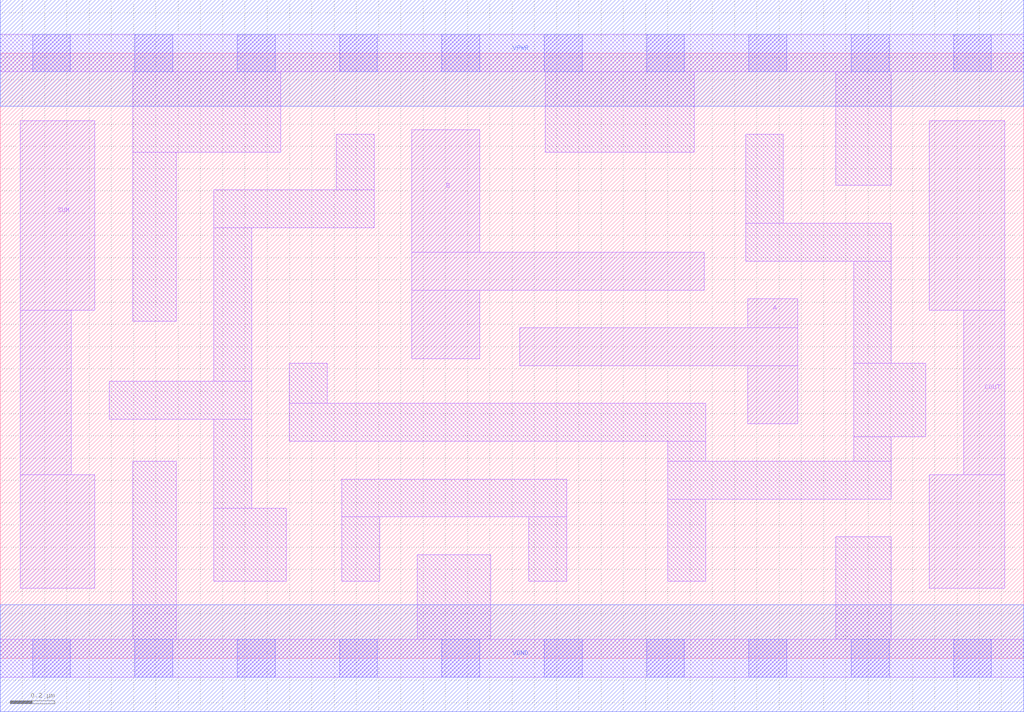
<source format=lef>
# Copyright 2020 The SkyWater PDK Authors
#
# Licensed under the Apache License, Version 2.0 (the "License");
# you may not use this file except in compliance with the License.
# You may obtain a copy of the License at
#
#     https://www.apache.org/licenses/LICENSE-2.0
#
# Unless required by applicable law or agreed to in writing, software
# distributed under the License is distributed on an "AS IS" BASIS,
# WITHOUT WARRANTIES OR CONDITIONS OF ANY KIND, either express or implied.
# See the License for the specific language governing permissions and
# limitations under the License.
#
# SPDX-License-Identifier: Apache-2.0

VERSION 5.7 ;
  NAMESCASESENSITIVE ON ;
  NOWIREEXTENSIONATPIN ON ;
  DIVIDERCHAR "/" ;
  BUSBITCHARS "[]" ;
UNITS
  DATABASE MICRONS 200 ;
END UNITS
MACRO sky130_fd_sc_hd__ha_1
  CLASS CORE ;
  SOURCE USER ;
  FOREIGN sky130_fd_sc_hd__ha_1 ;
  ORIGIN  0.000000  0.000000 ;
  SIZE  4.600000 BY  2.720000 ;
  SYMMETRY X Y R90 ;
  SITE unithd ;
  PIN A
    ANTENNAGATEAREA  0.252000 ;
    DIRECTION INPUT ;
    USE SIGNAL ;
    PORT
      LAYER li1 ;
        RECT 2.335000 1.315000 3.585000 1.485000 ;
        RECT 3.360000 1.055000 3.585000 1.315000 ;
        RECT 3.360000 1.485000 3.585000 1.615000 ;
    END
  END A
  PIN B
    ANTENNAGATEAREA  0.252000 ;
    DIRECTION INPUT ;
    USE SIGNAL ;
    PORT
      LAYER li1 ;
        RECT 1.850000 1.345000 2.155000 1.655000 ;
        RECT 1.850000 1.655000 3.165000 1.825000 ;
        RECT 1.850000 1.825000 2.155000 2.375000 ;
    END
  END B
  PIN COUT
    ANTENNADIFFAREA  0.429000 ;
    DIRECTION OUTPUT ;
    USE SIGNAL ;
    PORT
      LAYER li1 ;
        RECT 4.175000 0.315000 4.515000 0.825000 ;
        RECT 4.175000 1.565000 4.515000 2.415000 ;
        RECT 4.330000 0.825000 4.515000 1.565000 ;
    END
  END COUT
  PIN SUM
    ANTENNADIFFAREA  0.429000 ;
    DIRECTION OUTPUT ;
    USE SIGNAL ;
    PORT
      LAYER li1 ;
        RECT 0.090000 0.315000 0.425000 0.825000 ;
        RECT 0.090000 0.825000 0.320000 1.565000 ;
        RECT 0.090000 1.565000 0.425000 2.415000 ;
    END
  END SUM
  PIN VGND
    DIRECTION INOUT ;
    SHAPE ABUTMENT ;
    USE GROUND ;
    PORT
      LAYER met1 ;
        RECT 0.000000 -0.240000 4.600000 0.240000 ;
    END
  END VGND
  PIN VPWR
    DIRECTION INOUT ;
    SHAPE ABUTMENT ;
    USE POWER ;
    PORT
      LAYER met1 ;
        RECT 0.000000 2.480000 4.600000 2.960000 ;
    END
  END VPWR
  OBS
    LAYER li1 ;
      RECT 0.000000 -0.085000 4.600000 0.085000 ;
      RECT 0.000000  2.635000 4.600000 2.805000 ;
      RECT 0.490000  1.075000 1.130000 1.245000 ;
      RECT 0.595000  0.085000 0.790000 0.885000 ;
      RECT 0.595000  1.515000 0.790000 2.275000 ;
      RECT 0.595000  2.275000 1.260000 2.635000 ;
      RECT 0.960000  0.345000 1.285000 0.675000 ;
      RECT 0.960000  0.675000 1.130000 1.075000 ;
      RECT 0.960000  1.245000 1.130000 1.935000 ;
      RECT 0.960000  1.935000 1.680000 2.105000 ;
      RECT 1.300000  0.975000 3.170000 1.145000 ;
      RECT 1.300000  1.145000 1.470000 1.325000 ;
      RECT 1.510000  2.105000 1.680000 2.355000 ;
      RECT 1.535000  0.345000 1.705000 0.635000 ;
      RECT 1.535000  0.635000 2.545000 0.805000 ;
      RECT 1.875000  0.085000 2.205000 0.465000 ;
      RECT 2.375000  0.345000 2.545000 0.635000 ;
      RECT 2.450000  2.275000 3.120000 2.635000 ;
      RECT 3.000000  0.345000 3.170000 0.715000 ;
      RECT 3.000000  0.715000 4.005000 0.885000 ;
      RECT 3.000000  0.885000 3.170000 0.975000 ;
      RECT 3.350000  1.785000 4.005000 1.955000 ;
      RECT 3.350000  1.955000 3.520000 2.355000 ;
      RECT 3.755000  0.085000 4.005000 0.545000 ;
      RECT 3.755000  2.125000 4.005000 2.635000 ;
      RECT 3.835000  0.885000 4.005000 0.995000 ;
      RECT 3.835000  0.995000 4.160000 1.325000 ;
      RECT 3.835000  1.325000 4.005000 1.785000 ;
    LAYER mcon ;
      RECT 0.145000 -0.085000 0.315000 0.085000 ;
      RECT 0.145000  2.635000 0.315000 2.805000 ;
      RECT 0.605000 -0.085000 0.775000 0.085000 ;
      RECT 0.605000  2.635000 0.775000 2.805000 ;
      RECT 1.065000 -0.085000 1.235000 0.085000 ;
      RECT 1.065000  2.635000 1.235000 2.805000 ;
      RECT 1.525000 -0.085000 1.695000 0.085000 ;
      RECT 1.525000  2.635000 1.695000 2.805000 ;
      RECT 1.985000 -0.085000 2.155000 0.085000 ;
      RECT 1.985000  2.635000 2.155000 2.805000 ;
      RECT 2.445000 -0.085000 2.615000 0.085000 ;
      RECT 2.445000  2.635000 2.615000 2.805000 ;
      RECT 2.905000 -0.085000 3.075000 0.085000 ;
      RECT 2.905000  2.635000 3.075000 2.805000 ;
      RECT 3.365000 -0.085000 3.535000 0.085000 ;
      RECT 3.365000  2.635000 3.535000 2.805000 ;
      RECT 3.825000 -0.085000 3.995000 0.085000 ;
      RECT 3.825000  2.635000 3.995000 2.805000 ;
      RECT 4.285000 -0.085000 4.455000 0.085000 ;
      RECT 4.285000  2.635000 4.455000 2.805000 ;
  END
END sky130_fd_sc_hd__ha_1
END LIBRARY

</source>
